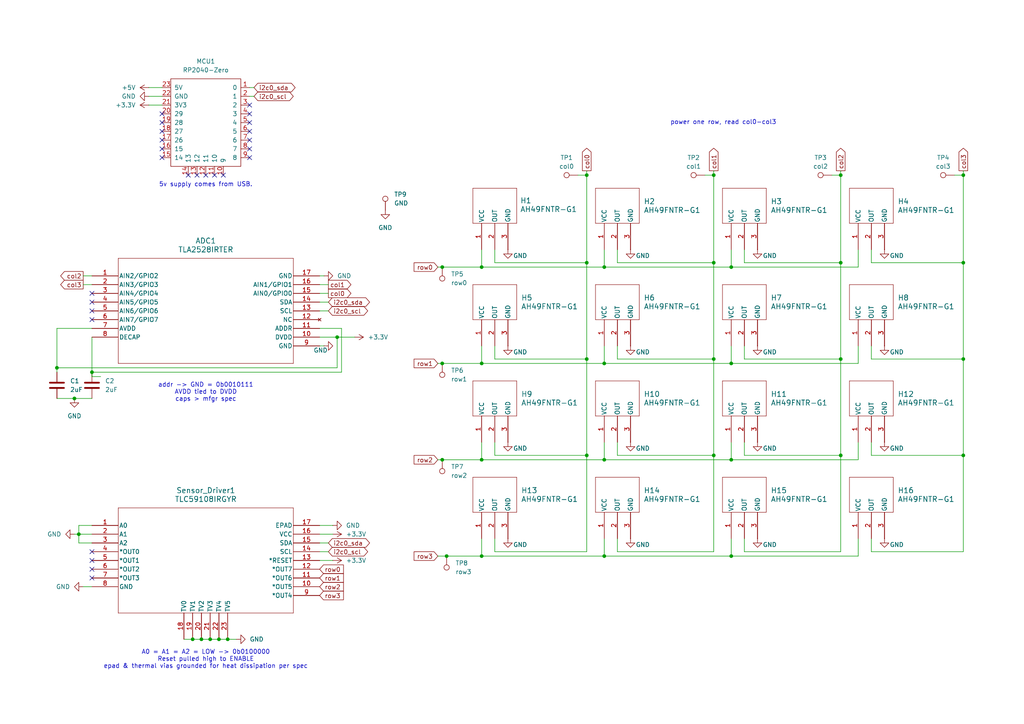
<source format=kicad_sch>
(kicad_sch (version 20250114) (generator "eeschema") (generator_version "9.0")
  (paper "A4")
  (title_block (title "ParaKeyt Reference Design") (date "2025-11-05") (rev "0.8") (company "UMass ECE SDP26 Team 32") (comment 1 "Bennett Gilig, Raffi Belorian, Rikhav Shah, Shlok Raval, Theo Krueger"))
  (lib_symbols
    (symbol "AH49FNTR_G1_mod:AH49FNTR-G1" (pin_names (offset 0.254))
      (property "Reference" "H" (at 12.7 8.89 0))
      (property "Value" "AH49FNTR-G1" (at 12.954 6.35 0))
      (symbol "AH49FNTR-G1_0_1"
        (polyline (pts (xy 7.62 5.08) (xy 7.62 -7.62)) (stroke (width 0.127)))
        (polyline (pts (xy 7.62 -7.62) (xy 17.78 -7.62)) (stroke (width 0.127)))
        (polyline (pts (xy 17.78 5.08) (xy 7.62 5.08)) (stroke (width 0.127)))
        (polyline (pts (xy 17.78 -7.62) (xy 17.78 5.08)) (stroke (width 0.127)))
        (pin power_in line (at 0 -5.08 0) (length 7.62) (name "GND") (number "3"))
      )
      (symbol "AH49FNTR-G1_1_1"
        (pin input line (at 0 2.54 0) (length 7.62) (name "VCC") (number "1"))
        (pin passive line (at 0 -1.27 0) (length 7.62) (name "OUT") (number "2"))
      )
    )
    (symbol "Connector:TestPoint" (pin_numbers (hide yes)) (pin_names (offset 0.762) (hide yes))
      (property "Reference" "TP" (at 0 6.858 0))
      (property "Value" "TestPoint" (at 0 5.08 0))
      (symbol "TestPoint_0_1"
        (circle (center 0 3.302) (radius 0.762))
      )
      (symbol "TestPoint_1_1"
        (pin passive line (at 0 0 90) (length 2.54) (name "1") (number "1"))
      )
    )
    (symbol "Device:C" (pin_numbers (hide yes)) (pin_names (offset 0.254))
      (property "Reference" "C" (at 0.635 2.54 0))
      (property "Value" "C" (at 0.635 -2.54 0))
      (symbol "C_0_1"
        (polyline (pts (xy -2.032 0.762) (xy 2.032 0.762)) (stroke (width 0.508)))
        (polyline (pts (xy -2.032 -0.762) (xy 2.032 -0.762)) (stroke (width 0.508)))
      )
      (symbol "C_1_1"
        (pin passive line (at 0 3.81 270) (length 2.794) (name "~") (number "1"))
        (pin passive line (at 0 -3.81 90) (length 2.794) (name "~") (number "2"))
      )
    )
    (symbol "RP2040-Zero:rp2040-zero" (pin_names (offset 1.016))
      (property "Reference" "U" (at 0 15.24 0))
      (property "Value" "rp2040-zero" (at 0 12.7 0))
      (symbol "rp2040-zero_0_1"
        (rectangle (start -10.16 11.43) (end 10.16 -13.97))
      )
      (symbol "rp2040-zero_1_1"
        (pin power_out line (at -12.7 8.89 0) (length 2.54) (name "5V") (number "23"))
        (pin power_out line (at -12.7 6.35 0) (length 2.54) (name "GND") (number "22"))
        (pin power_out line (at -12.7 3.81 0) (length 2.54) (name "3V3") (number "21"))
        (pin bidirectional line (at -12.7 1.27 0) (length 2.54) (name "29") (number "20"))
        (pin bidirectional line (at -12.7 -1.27 0) (length 2.54) (name "28") (number "19"))
        (pin bidirectional line (at -12.7 -3.81 0) (length 2.54) (name "27") (number "18"))
        (pin bidirectional line (at -12.7 -6.35 0) (length 2.54) (name "26") (number "17"))
        (pin bidirectional line (at -12.7 -8.89 0) (length 2.54) (name "15") (number "16"))
        (pin bidirectional line (at -12.7 -11.43 0) (length 2.54) (name "14") (number "15"))
        (pin bidirectional line (at -5.08 -16.51 90) (length 2.54) (name "13") (number "14"))
        (pin bidirectional line (at -2.54 -16.51 90) (length 2.54) (name "12") (number "13"))
        (pin bidirectional line (at 0 -16.51 90) (length 2.54) (name "11") (number "12"))
        (pin bidirectional line (at 2.54 -16.51 90) (length 2.54) (name "10") (number "11"))
        (pin bidirectional line (at 5.08 -16.51 90) (length 2.54) (name "9") (number "10"))
        (pin bidirectional line (at 12.7 8.89 180) (length 2.54) (name "0") (number "1"))
        (pin bidirectional line (at 12.7 6.35 180) (length 2.54) (name "1") (number "2"))
        (pin bidirectional line (at 12.7 3.81 180) (length 2.54) (name "2") (number "3"))
        (pin bidirectional line (at 12.7 1.27 180) (length 2.54) (name "3") (number "4"))
        (pin bidirectional line (at 12.7 -1.27 180) (length 2.54) (name "4") (number "5"))
        (pin bidirectional line (at 12.7 -3.81 180) (length 2.54) (name "5") (number "6"))
        (pin bidirectional line (at 12.7 -6.35 180) (length 2.54) (name "6") (number "7"))
        (pin bidirectional line (at 12.7 -8.89 180) (length 2.54) (name "7") (number "8"))
        (pin bidirectional line (at 12.7 -11.43 180) (length 2.54) (name "8") (number "9"))
      )
    )
    (symbol "TLA2528IRTER_mod:TLA2528IRTER" (pin_names (offset 0.254))
      (property "Reference" "U" (at 33.02 10.16 0))
      (property "Value" "TLA2528IRTER" (at 33.02 7.62 0))
      (symbol "TLA2528IRTER_0_1"
        (polyline (pts (xy 7.62 5.08) (xy 7.62 -25.4)) (stroke (width 0.127)))
        (polyline (pts (xy 7.62 -25.4) (xy 58.42 -25.4)) (stroke (width 0.127)))
        (polyline (pts (xy 58.42 5.08) (xy 7.62 5.08)) (stroke (width 0.127)))
        (polyline (pts (xy 58.42 -25.4) (xy 58.42 5.08)) (stroke (width 0.127)))
        (pin bidirectional line (at 0 0 0) (length 7.62) (name "AIN2/GPIO2") (number "1"))
        (pin bidirectional line (at 0 -2.54 0) (length 7.62) (name "AIN3/GPIO3") (number "2"))
        (pin bidirectional line (at 0 -5.08 0) (length 7.62) (name "AIN4/GPIO4") (number "3"))
        (pin bidirectional line (at 0 -7.62 0) (length 7.62) (name "AIN5/GPIO5") (number "4"))
        (pin bidirectional line (at 0 -10.16 0) (length 7.62) (name "AIN6/GPIO6") (number "5"))
        (pin bidirectional line (at 0 -12.7 0) (length 7.62) (name "AIN7/GPIO7") (number "6"))
        (pin power_in line (at 0 -15.24 0) (length 7.62) (name "AVDD") (number "7"))
        (pin bidirectional line (at 66.04 -2.54 180) (length 7.62) (name "AIN1/GPIO1") (number "16"))
        (pin bidirectional line (at 66.04 -5.08 180) (length 7.62) (name "AIN0/GPIO0") (number "15"))
        (pin bidirectional line (at 66.04 -7.62 180) (length 7.62) (name "SDA") (number "14"))
        (pin input line (at 66.04 -10.16 180) (length 7.62) (name "SCL") (number "13"))
        (pin no_connect line (at 66.04 -12.7 180) (length 7.62) (name "NC") (number "12"))
        (pin input line (at 66.04 -15.24 180) (length 7.62) (name "ADDR") (number "11"))
        (pin power_in line (at 66.04 -17.78 180) (length 7.62) (name "DVDD") (number "10"))
      )
      (symbol "TLA2528IRTER_1_1"
        (pin passive line (at 0 -17.78 0) (length 7.62) (name "DECAP") (number "8"))
        (pin power_in line (at 66.04 0 180) (length 7.62) (name "GND") (number "17"))
        (pin power_in line (at 66.04 -20.32 180) (length 7.62) (name "GND") (number "9"))
      )
    )
    (symbol "TLC59208FIRGYR:TLC59208FIRGYR" (pin_names (offset 0.254))
      (property "Reference" "U" (at 33.02 10.16 0))
      (property "Value" "TLC59208FIRGYR" (at 33.02 7.62 0))
      (symbol "TLC59208FIRGYR_0_1"
        (polyline (pts (xy 7.62 5.08) (xy 7.62 -25.4)) (stroke (width 0.127)))
        (polyline (pts (xy 7.62 -25.4) (xy 58.42 -25.4)) (stroke (width 0.127)))
        (polyline (pts (xy 58.42 5.08) (xy 7.62 5.08)) (stroke (width 0.127)))
        (polyline (pts (xy 58.42 -25.4) (xy 58.42 5.08)) (stroke (width 0.127)))
        (pin input line (at 0 0 0) (length 7.62) (name "A0") (number "1"))
        (pin input line (at 0 -2.54 0) (length 7.62) (name "A1") (number "2"))
        (pin input line (at 0 -5.08 0) (length 7.62) (name "A2") (number "3"))
        (pin output line (at 0 -7.62 0) (length 7.62) (name "*OUT0") (number "4"))
        (pin output line (at 0 -10.16 0) (length 7.62) (name "*OUT1") (number "5"))
        (pin output line (at 0 -12.7 0) (length 7.62) (name "*OUT2") (number "6"))
        (pin output line (at 0 -15.24 0) (length 7.62) (name "*OUT3") (number "7"))
        (pin power_in line (at 0 -17.78 0) (length 7.62) (name "GND") (number "8"))
        (pin power_in line (at 66.04 -2.54 180) (length 7.62) (name "VCC") (number "16"))
        (pin bidirectional line (at 66.04 -5.08 180) (length 7.62) (name "SDA") (number "15"))
        (pin input line (at 66.04 -7.62 180) (length 7.62) (name "SCL") (number "14"))
        (pin input line (at 66.04 -10.16 180) (length 7.62) (name "*RESET") (number "13"))
        (pin output line (at 66.04 -12.7 180) (length 7.62) (name "*OUT7") (number "12"))
        (pin output line (at 66.04 -15.24 180) (length 7.62) (name "*OUT6") (number "11"))
        (pin output line (at 66.04 -17.78 180) (length 7.62) (name "*OUT5") (number "10"))
        (pin output line (at 66.04 -20.32 180) (length 7.62) (name "*OUT4") (number "9"))
      )
      (symbol "TLC59208FIRGYR_1_1"
        (pin power_in line (at 26.67 -33.02 90) (length 7.62) (name "TV0") (number "18"))
        (pin power_in line (at 29.21 -33.02 90) (length 7.62) (name "TV1") (number "19"))
        (pin power_in line (at 31.75 -33.02 90) (length 7.62) (name "TV2") (number "20"))
        (pin power_in line (at 34.29 -33.02 90) (length 7.62) (name "TV3") (number "21"))
        (pin power_in line (at 36.83 -33.02 90) (length 7.62) (name "TV4") (number "22"))
        (pin power_in line (at 39.37 -33.02 90) (length 7.62) (name "TV5") (number "23"))
        (pin power_in line (at 66.04 0 180) (length 7.62) (name "EPAD") (number "17"))
      )
    )
    (symbol "power:+3.3V" (power) (pin_numbers (hide yes)) (pin_names (offset 0) (hide yes))
      (property "Value" "+3.3V" (at 0 3.556 0))
      (symbol "+3.3V_0_1"
        (polyline (pts (xy -0.762 1.27) (xy 0 2.54)))
        (polyline (pts (xy 0 2.54) (xy 0.762 1.27)))
        (polyline (pts (xy 0 0) (xy 0 2.54)))
      )
      (symbol "+3.3V_1_1"
        (pin power_in line (at 0 0 90) (length 0) (name "~") (number "1"))
      )
    )
    (symbol "power:GND" (power) (pin_numbers (hide yes)) (pin_names (offset 0) (hide yes))
      (property "Value" "GND" (at 0 -3.81 0))
      (symbol "GND_0_1"
        (polyline (pts (xy 0 0) (xy 0 -1.27) (xy 1.27 -1.27) (xy 0 -2.54) (xy -1.27 -1.27) (xy 0 -1.27)))
      )
      (symbol "GND_1_1"
        (pin power_in line (at 0 0 270) (length 0) (name "~") (number "1"))
      )
    )
  )
  (text "addr -> GND = 0b0010111\nAVDD tied to DVDD\ncaps > mfgr spec" (at 59.69 113.792 0) (effects (font (size 1.27 1.27))))
  (text "A0 = A1 = A2 = LOW -> 0b0100000\nReset pulled high to ENABLE\nepad & thermal vias grounded for heat dissipation per spec" (at 59.69 191.262 0) (effects (font (size 1.27 1.27))))
  (text "5v supply comes from USB." (at 59.69 53.594 0) (effects (font (size 1.27 1.27))))
  (text "power one row, read col0-col3" (at 209.804 35.56 0) (effects (font (size 1.27 1.27))))
  (junction (at 170.18 104.14))
  (junction (at 128.27 77.47))
  (junction (at 26.67 107.95))
  (junction (at 243.84 76.2))
  (junction (at 170.18 132.08))
  (junction (at 243.84 132.08))
  (junction (at 128.27 105.41))
  (junction (at 212.09 77.47))
  (junction (at 279.4 50.8))
  (junction (at 175.26 105.41))
  (junction (at 207.01 104.14))
  (junction (at 58.42 185.42))
  (junction (at 212.09 133.35))
  (junction (at 279.4 104.14))
  (junction (at 175.26 77.47))
  (junction (at 139.7 161.29))
  (junction (at 207.01 76.2))
  (junction (at 207.01 132.08))
  (junction (at 16.51 106.68))
  (junction (at 207.01 50.8))
  (junction (at 55.88 185.42))
  (junction (at 129.54 161.29))
  (junction (at 97.79 97.79))
  (junction (at 212.09 105.41))
  (junction (at 21.59 115.57))
  (junction (at 139.7 77.47))
  (junction (at 212.09 161.29))
  (junction (at 170.18 50.8))
  (junction (at 243.84 50.8))
  (junction (at 63.5 185.42))
  (junction (at 60.96 185.42))
  (junction (at 66.04 185.42))
  (junction (at 175.26 133.35))
  (junction (at 139.7 105.41))
  (junction (at 243.84 104.14))
  (junction (at 128.27 133.35))
  (junction (at 279.4 132.08))
  (junction (at 175.26 161.29))
  (junction (at 22.86 154.94))
  (junction (at 279.4 76.2))
  (junction (at 139.7 133.35))
  (junction (at 170.18 76.2))
  (no_connect (at 26.67 167.64))
  (no_connect (at 72.39 35.56))
  (no_connect (at 72.39 45.72))
  (no_connect (at 46.99 43.18))
  (no_connect (at 72.39 40.64))
  (no_connect (at 46.99 33.02))
  (no_connect (at 72.39 38.1))
  (no_connect (at 64.77 50.8))
  (no_connect (at 62.23 50.8))
  (no_connect (at 26.67 85.09))
  (no_connect (at 72.39 30.48))
  (no_connect (at 26.67 92.71))
  (no_connect (at 26.67 162.56))
  (no_connect (at 54.61 50.8))
  (no_connect (at 72.39 33.02))
  (no_connect (at 72.39 43.18))
  (no_connect (at 59.69 50.8))
  (no_connect (at 26.67 165.1))
  (no_connect (at 46.99 35.56))
  (no_connect (at 26.67 90.17))
  (no_connect (at 46.99 40.64))
  (no_connect (at 46.99 38.1))
  (no_connect (at 26.67 160.02))
  (no_connect (at 26.67 87.63))
  (no_connect (at 57.15 50.8))
  (no_connect (at 46.99 45.72))
  (wire (pts (xy 139.7 77.47) (xy 175.26 77.47)))
  (wire (pts (xy 212.09 133.35) (xy 248.92 133.35)))
  (wire (pts (xy 175.26 105.41) (xy 212.09 105.41)))
  (wire (pts (xy 139.7 72.39) (xy 139.7 77.47)))
  (wire (pts (xy 143.51 72.39) (xy 143.51 76.2)))
  (wire (pts (xy 92.71 97.79) (xy 97.79 97.79)))
  (wire (pts (xy 139.7 133.35) (xy 175.26 133.35)))
  (wire (pts (xy 243.84 104.14) (xy 243.84 76.2)))
  (wire (pts (xy 55.88 185.42) (xy 58.42 185.42)))
  (wire (pts (xy 248.92 100.33) (xy 248.92 105.41)))
  (wire (pts (xy 170.18 132.08) (xy 143.51 132.08)))
  (wire (pts (xy 207.01 104.14) (xy 207.01 132.08)))
  (wire (pts (xy 26.67 97.79) (xy 26.67 107.95)))
  (wire (pts (xy 252.73 160.02) (xy 252.73 156.21)))
  (wire (pts (xy 73.66 25.4) (xy 72.39 25.4)))
  (wire (pts (xy 66.04 185.42) (xy 68.58 185.42)))
  (wire (pts (xy 139.7 128.27) (xy 139.7 133.35)))
  (wire (pts (xy 215.9 100.33) (xy 215.9 104.14)))
  (wire (pts (xy 99.06 107.95) (xy 99.06 95.25)))
  (wire (pts (xy 243.84 104.14) (xy 215.9 104.14)))
  (wire (pts (xy 127 105.41) (xy 128.27 105.41)))
  (wire (pts (xy 207.01 132.08) (xy 207.01 160.02)))
  (wire (pts (xy 139.7 161.29) (xy 175.26 161.29)))
  (wire (pts (xy 215.9 160.02) (xy 243.84 160.02)))
  (wire (pts (xy 16.51 115.57) (xy 21.59 115.57)))
  (wire (pts (xy 212.09 128.27) (xy 212.09 133.35)))
  (wire (pts (xy 24.13 170.18) (xy 26.67 170.18)))
  (wire (pts (xy 179.07 76.2) (xy 207.01 76.2)))
  (wire (pts (xy 170.18 132.08) (xy 170.18 160.02)))
  (wire (pts (xy 93.98 80.01) (xy 92.71 80.01)))
  (wire (pts (xy 97.79 97.79) (xy 97.79 106.68)))
  (wire (pts (xy 143.51 104.14) (xy 170.18 104.14)))
  (wire (pts (xy 127 77.47) (xy 128.27 77.47)))
  (wire (pts (xy 92.71 160.02) (xy 95.25 160.02)))
  (wire (pts (xy 16.51 95.25) (xy 16.51 106.68)))
  (wire (pts (xy 24.13 82.55) (xy 26.67 82.55)))
  (wire (pts (xy 170.18 104.14) (xy 170.18 132.08)))
  (wire (pts (xy 279.4 49.53) (xy 279.4 50.8)))
  (wire (pts (xy 93.98 100.33) (xy 92.71 100.33)))
  (wire (pts (xy 22.86 154.94) (xy 26.67 154.94)))
  (wire (pts (xy 43.18 30.48) (xy 46.99 30.48)))
  (wire (pts (xy 248.92 72.39) (xy 248.92 77.47)))
  (wire (pts (xy 179.07 132.08) (xy 179.07 128.27)))
  (wire (pts (xy 212.09 77.47) (xy 248.92 77.47)))
  (wire (pts (xy 24.13 80.01) (xy 26.67 80.01)))
  (wire (pts (xy 128.27 77.47) (xy 139.7 77.47)))
  (wire (pts (xy 97.79 106.68) (xy 16.51 106.68)))
  (wire (pts (xy 215.9 156.21) (xy 215.9 160.02)))
  (wire (pts (xy 170.18 50.8) (xy 170.18 76.2)))
  (wire (pts (xy 143.51 100.33) (xy 143.51 104.14)))
  (wire (pts (xy 207.01 160.02) (xy 179.07 160.02)))
  (wire (pts (xy 175.26 128.27) (xy 175.26 133.35)))
  (wire (pts (xy 26.67 109.22) (xy 26.67 107.95)))
  (wire (pts (xy 21.59 115.57) (xy 26.67 115.57)))
  (wire (pts (xy 127 133.35) (xy 128.27 133.35)))
  (wire (pts (xy 92.71 82.55) (xy 95.25 82.55)))
  (wire (pts (xy 252.73 128.27) (xy 252.73 132.08)))
  (wire (pts (xy 175.26 72.39) (xy 175.26 77.47)))
  (wire (pts (xy 73.66 27.94) (xy 72.39 27.94)))
  (wire (pts (xy 92.71 157.48) (xy 95.25 157.48)))
  (wire (pts (xy 92.71 87.63) (xy 95.25 87.63)))
  (wire (pts (xy 22.86 157.48) (xy 26.67 157.48)))
  (wire (pts (xy 179.07 100.33) (xy 179.07 104.14)))
  (wire (pts (xy 96.52 162.56) (xy 92.71 162.56)))
  (wire (pts (xy 215.9 76.2) (xy 215.9 72.39)))
  (wire (pts (xy 26.67 107.95) (xy 99.06 107.95)))
  (wire (pts (xy 60.96 185.42) (xy 63.5 185.42)))
  (wire (pts (xy 16.51 106.68) (xy 16.51 107.95)))
  (wire (pts (xy 129.54 161.29) (xy 139.7 161.29)))
  (wire (pts (xy 207.01 104.14) (xy 179.07 104.14)))
  (wire (pts (xy 243.84 49.53) (xy 243.84 50.8)))
  (wire (pts (xy 207.01 49.53) (xy 207.01 50.8)))
  (wire (pts (xy 92.71 90.17) (xy 95.25 90.17)))
  (wire (pts (xy 58.42 185.42) (xy 60.96 185.42)))
  (wire (pts (xy 63.5 185.42) (xy 66.04 185.42)))
  (wire (pts (xy 128.27 133.35) (xy 139.7 133.35)))
  (wire (pts (xy 279.4 76.2) (xy 252.73 76.2)))
  (wire (pts (xy 170.18 160.02) (xy 143.51 160.02)))
  (wire (pts (xy 207.01 76.2) (xy 207.01 104.14)))
  (wire (pts (xy 252.73 132.08) (xy 279.4 132.08)))
  (wire (pts (xy 127 161.29) (xy 129.54 161.29)))
  (wire (pts (xy 170.18 49.53) (xy 170.18 50.8)))
  (wire (pts (xy 279.4 104.14) (xy 279.4 132.08)))
  (wire (pts (xy 243.84 50.8) (xy 243.84 76.2)))
  (wire (pts (xy 170.18 76.2) (xy 143.51 76.2)))
  (wire (pts (xy 276.86 50.8) (xy 279.4 50.8)))
  (wire (pts (xy 175.26 77.47) (xy 212.09 77.47)))
  (wire (pts (xy 26.67 152.4) (xy 22.86 152.4)))
  (wire (pts (xy 279.4 160.02) (xy 252.73 160.02)))
  (wire (pts (xy 143.51 156.21) (xy 143.51 160.02)))
  (wire (pts (xy 22.86 152.4) (xy 22.86 154.94)))
  (wire (pts (xy 128.27 105.41) (xy 139.7 105.41)))
  (wire (pts (xy 212.09 105.41) (xy 248.92 105.41)))
  (wire (pts (xy 97.79 97.79) (xy 102.87 97.79)))
  (wire (pts (xy 204.47 50.8) (xy 207.01 50.8)))
  (wire (pts (xy 96.52 154.94) (xy 92.71 154.94)))
  (wire (pts (xy 43.18 27.94) (xy 46.99 27.94)))
  (wire (pts (xy 279.4 160.02) (xy 279.4 132.08)))
  (wire (pts (xy 21.59 154.94) (xy 22.86 154.94)))
  (wire (pts (xy 241.3 50.8) (xy 243.84 50.8)))
  (wire (pts (xy 243.84 132.08) (xy 243.84 104.14)))
  (wire (pts (xy 243.84 76.2) (xy 215.9 76.2)))
  (wire (pts (xy 92.71 95.25) (xy 99.06 95.25)))
  (wire (pts (xy 29.21 109.22) (xy 26.67 109.22)))
  (wire (pts (xy 212.09 161.29) (xy 248.92 161.29)))
  (wire (pts (xy 212.09 72.39) (xy 212.09 77.47)))
  (wire (pts (xy 279.4 76.2) (xy 279.4 104.14)))
  (wire (pts (xy 243.84 132.08) (xy 215.9 132.08)))
  (wire (pts (xy 139.7 100.33) (xy 139.7 105.41)))
  (wire (pts (xy 248.92 128.27) (xy 248.92 133.35)))
  (wire (pts (xy 252.73 104.14) (xy 279.4 104.14)))
  (wire (pts (xy 26.67 95.25) (xy 16.51 95.25)))
  (wire (pts (xy 139.7 105.41) (xy 175.26 105.41)))
  (wire (pts (xy 92.71 152.4) (xy 96.52 152.4)))
  (wire (pts (xy 53.34 185.42) (xy 55.88 185.42)))
  (wire (pts (xy 167.64 50.8) (xy 170.18 50.8)))
  (wire (pts (xy 248.92 161.29) (xy 248.92 156.21)))
  (wire (pts (xy 179.07 160.02) (xy 179.07 156.21)))
  (wire (pts (xy 252.73 76.2) (xy 252.73 72.39)))
  (wire (pts (xy 252.73 100.33) (xy 252.73 104.14)))
  (wire (pts (xy 175.26 156.21) (xy 175.26 161.29)))
  (wire (pts (xy 207.01 132.08) (xy 179.07 132.08)))
  (wire (pts (xy 212.09 100.33) (xy 212.09 105.41)))
  (wire (pts (xy 139.7 156.21) (xy 139.7 161.29)))
  (wire (pts (xy 92.71 85.09) (xy 95.25 85.09)))
  (wire (pts (xy 279.4 50.8) (xy 279.4 76.2)))
  (wire (pts (xy 243.84 160.02) (xy 243.84 132.08)))
  (wire (pts (xy 207.01 50.8) (xy 207.01 76.2)))
  (wire (pts (xy 179.07 72.39) (xy 179.07 76.2)))
  (wire (pts (xy 22.86 154.94) (xy 22.86 157.48)))
  (wire (pts (xy 170.18 104.14) (xy 170.18 76.2)))
  (wire (pts (xy 175.26 133.35) (xy 212.09 133.35)))
  (wire (pts (xy 212.09 156.21) (xy 212.09 161.29)))
  (wire (pts (xy 215.9 132.08) (xy 215.9 128.27)))
  (wire (pts (xy 143.51 128.27) (xy 143.51 132.08)))
  (wire (pts (xy 175.26 161.29) (xy 212.09 161.29)))
  (wire (pts (xy 43.18 25.4) (xy 46.99 25.4)))
  (wire (pts (xy 175.26 100.33) (xy 175.26 105.41)))
  (global_label "row3" (shape input) (at 92.71 172.72 0) (property "Intersheetrefs" "${INTERSHEET_REFS}" (effects (hide yes))))
  (global_label "i2c0_scl" (shape bidirectional) (at 73.66 27.94 0) (property "Intersheetrefs" "${INTERSHEET_REFS}" (effects (hide yes))))
  (global_label "col1" (shape output) (at 95.25 82.55 0) (property "Intersheetrefs" "${INTERSHEET_REFS}" (effects (hide yes))))
  (global_label "col2" (shape output) (at 243.84 49.53 90) (property "Intersheetrefs" "${INTERSHEET_REFS}" (effects (hide yes))))
  (global_label "i2c0_scl" (shape bidirectional) (at 95.25 90.17 0) (property "Intersheetrefs" "${INTERSHEET_REFS}" (effects (hide yes))))
  (global_label "row2" (shape input) (at 127 133.35 180) (property "Intersheetrefs" "${INTERSHEET_REFS}" (effects (hide yes))))
  (global_label "i2c0_scl" (shape bidirectional) (at 95.25 160.02 0) (property "Intersheetrefs" "${INTERSHEET_REFS}" (effects (hide yes))))
  (global_label "col0" (shape output) (at 170.18 49.53 90) (property "Intersheetrefs" "${INTERSHEET_REFS}" (effects (hide yes))))
  (global_label "row3" (shape input) (at 127 161.29 180) (property "Intersheetrefs" "${INTERSHEET_REFS}" (effects (hide yes))))
  (global_label "i2c0_sda" (shape bidirectional) (at 95.25 157.48 0) (property "Intersheetrefs" "${INTERSHEET_REFS}" (effects (hide yes))))
  (global_label "col3" (shape output) (at 24.13 82.55 180) (property "Intersheetrefs" "${INTERSHEET_REFS}" (effects (hide yes))))
  (global_label "row0" (shape input) (at 127 77.47 180) (property "Intersheetrefs" "${INTERSHEET_REFS}" (effects (hide yes))))
  (global_label "row1" (shape input) (at 92.71 167.64 0) (property "Intersheetrefs" "${INTERSHEET_REFS}" (effects (hide yes))))
  (global_label "i2c0_sda" (shape bidirectional) (at 95.25 87.63 0) (property "Intersheetrefs" "${INTERSHEET_REFS}" (effects (hide yes))))
  (global_label "col0" (shape output) (at 95.25 85.09 0) (property "Intersheetrefs" "${INTERSHEET_REFS}" (effects (hide yes))))
  (global_label "col1" (shape output) (at 207.01 49.53 90) (property "Intersheetrefs" "${INTERSHEET_REFS}" (effects (hide yes))))
  (global_label "row2" (shape input) (at 92.71 170.18 0) (property "Intersheetrefs" "${INTERSHEET_REFS}" (effects (hide yes))))
  (global_label "i2c0_sda" (shape bidirectional) (at 73.66 25.4 0) (property "Intersheetrefs" "${INTERSHEET_REFS}" (effects (hide yes))))
  (global_label "row0" (shape input) (at 92.71 165.1 0) (property "Intersheetrefs" "${INTERSHEET_REFS}" (effects (hide yes))))
  (global_label "col2" (shape output) (at 24.13 80.01 180) (property "Intersheetrefs" "${INTERSHEET_REFS}" (effects (hide yes))))
  (global_label "row1" (shape input) (at 127 105.41 180) (property "Intersheetrefs" "${INTERSHEET_REFS}" (effects (hide yes))))
  (global_label "col3" (shape output) (at 279.4 49.53 90) (property "Intersheetrefs" "${INTERSHEET_REFS}" (effects (hide yes))))
  (symbol (lib_id "Connector:TestPoint") (at 128.27 105.41 180) (unit 1)
    (property "Reference" "TP6" (at 130.81 107.4419 0) (effects (justify right)))
    (property "Value" "row1" (at 130.81 109.9819 0) (effects (justify right)))
    (property "Footprint" "TestPoint:TestPoint_Pad_2.0x2.0mm" (effects (hide yes)))
    (property "Description" "test point" (effects (hide yes)))
  )
  (symbol (lib_id "AH49FNTR_G1_mod:AH49FNTR-G1") (at 214.63 100.33 90) (unit 1)
    (property "Reference" "H7" (at 223.52 86.3599 90) (effects (font (size 1.524 1.524)) (justify right)))
    (property "Value" "AH49FNTR-G1" (at 223.52 88.8999 90) (effects (font (size 1.524 1.524)) (justify right)))
    (property "Footprint" "AH49FNTR_G1:SC59_DIO" (effects (hide yes)))
    (property "Datasheet" "AH49FNTR-G1" (effects (hide yes)))
  )
  (symbol (lib_id "power:GND") (at 182.88 156.21 0) (unit 1)
    (property "Reference" "#PWR020" (effects (hide yes)))
    (property "Value" "GND" (at 186.436 157.988 0))
    (property "Description" "Power symbol creates a global label with name \"GND\" , ground" (effects (hide yes)))
  )
  (symbol (lib_id "power:GND") (at 96.52 152.4 90) (unit 1)
    (property "Reference" "#PWR029" (effects (hide yes)))
    (property "Value" "GND" (at 100.33 152.3999 90) (effects (justify right)))
    (property "Description" "Power symbol creates a global label with name \"GND\" , ground" (effects (hide yes)))
  )
  (symbol (lib_id "power:GND") (at 21.59 115.57 0) (unit 1)
    (property "Reference" "#PWR025" (effects (hide yes)))
    (property "Value" "GND" (at 21.59 120.65 0))
    (property "Description" "Power symbol creates a global label with name \"GND\" , ground" (effects (hide yes)))
  )
  (symbol (lib_id "power:+3.3V") (at 96.52 162.56 270) (unit 1)
    (property "Reference" "#PWR028" (effects (hide yes)))
    (property "Value" "+3.3V" (at 100.33 162.5599 90) (effects (justify left)))
    (property "Description" "Power symbol creates a global label with name \"+3.3V\"" (effects (hide yes)))
  )
  (symbol (lib_id "AH49FNTR_G1_mod:AH49FNTR-G1") (at 251.46 72.39 90) (unit 1)
    (property "Reference" "H4" (at 260.35 58.4199 90) (effects (font (size 1.524 1.524)) (justify right)))
    (property "Value" "AH49FNTR-G1" (at 260.35 60.9599 90) (effects (font (size 1.524 1.524)) (justify right)))
    (property "Footprint" "AH49FNTR_G1:SC59_DIO" (effects (hide yes)))
    (property "Datasheet" "AH49FNTR-G1" (effects (hide yes)))
  )
  (symbol (lib_id "power:GND") (at 24.13 170.18 270) (unit 1)
    (property "Reference" "#PWR023" (effects (hide yes)))
    (property "Value" "GND" (at 20.32 170.1801 90) (effects (justify right)))
    (property "Description" "Power symbol creates a global label with name \"GND\" , ground" (effects (hide yes)))
  )
  (symbol (lib_id "power:+3.3V") (at 43.18 25.4 90) (unit 1)
    (property "Reference" "#PWR030" (effects (hide yes)))
    (property "Value" "+5V" (at 39.37 25.3999 90) (effects (justify left)))
    (property "Description" "Power symbol creates a global label with name \"+3.3V\"" (effects (hide yes)))
  )
  (symbol (lib_id "power:GND") (at 43.18 27.94 270) (unit 1)
    (property "Reference" "#PWR01" (effects (hide yes)))
    (property "Value" "GND" (at 39.37 27.9399 90) (effects (justify right)))
    (property "Description" "Power symbol creates a global label with name \"GND\" , ground" (effects (hide yes)))
  )
  (symbol (lib_id "AH49FNTR_G1_mod:AH49FNTR-G1") (at 142.24 100.33 90) (unit 1)
    (property "Reference" "H5" (at 151.13 86.3599 90) (effects (font (size 1.524 1.524)) (justify right)))
    (property "Value" "AH49FNTR-G1" (at 151.13 88.8999 90) (effects (font (size 1.524 1.524)) (justify right)))
    (property "Footprint" "AH49FNTR_G1:SC59_DIO" (effects (hide yes)))
    (property "Datasheet" "AH49FNTR-G1" (effects (hide yes)))
  )
  (symbol (lib_id "Connector:TestPoint") (at 128.27 133.35 180) (unit 1)
    (property "Reference" "TP7" (at 130.81 135.3819 0) (effects (justify right)))
    (property "Value" "row2" (at 130.81 137.9219 0) (effects (justify right)))
    (property "Footprint" "TestPoint:TestPoint_Pad_2.0x2.0mm" (effects (hide yes)))
    (property "Description" "test point" (effects (hide yes)))
  )
  (symbol (lib_id "Connector:TestPoint") (at 128.27 77.47 180) (unit 1)
    (property "Reference" "TP5" (at 130.81 79.5019 0) (effects (justify right)))
    (property "Value" "row0" (at 130.81 82.0419 0) (effects (justify right)))
    (property "Footprint" "TestPoint:TestPoint_Pad_2.0x2.0mm" (effects (hide yes)))
    (property "Description" "test point" (effects (hide yes)))
  )
  (symbol (lib_id "power:GND") (at 182.88 128.27 0) (unit 1)
    (property "Reference" "#PWR017" (effects (hide yes)))
    (property "Value" "GND" (at 186.436 130.048 0))
    (property "Description" "Power symbol creates a global label with name \"GND\" , ground" (effects (hide yes)))
  )
  (symbol (lib_id "Connector:TestPoint") (at 204.47 50.8 90) (unit 1)
    (property "Reference" "TP2" (at 201.168 45.72 90))
    (property "Value" "col1" (at 201.168 48.26 90))
    (property "Footprint" "TestPoint:TestPoint_Pad_2.0x2.0mm" (effects (hide yes)))
    (property "Description" "test point" (effects (hide yes)))
  )
  (symbol (lib_id "power:GND") (at 93.98 80.01 90) (unit 1)
    (property "Reference" "#PWR024" (effects (hide yes)))
    (property "Value" "GND" (at 97.79 80.0099 90) (effects (justify right)))
    (property "Description" "Power symbol creates a global label with name \"GND\" , ground" (effects (hide yes)))
  )
  (symbol (lib_id "Connector:TestPoint") (at 129.54 161.29 180) (unit 1)
    (property "Reference" "TP8" (at 132.08 163.3219 0) (effects (justify right)))
    (property "Value" "row3" (at 132.08 165.8619 0) (effects (justify right)))
    (property "Footprint" "TestPoint:TestPoint_Pad_2.0x2.0mm" (effects (hide yes)))
    (property "Description" "test point" (effects (hide yes)))
  )
  (symbol (lib_id "power:GND") (at 68.58 185.42 90) (unit 1)
    (property "Reference" "#PWR031" (effects (hide yes)))
    (property "Value" "GND" (at 72.39 185.4199 90) (effects (justify right)))
    (property "Description" "Power symbol creates a global label with name \"GND\" , ground" (effects (hide yes)))
  )
  (symbol (lib_id "power:GND") (at 111.76 60.96 0) (unit 1)
    (property "Reference" "#PWR03" (effects (hide yes)))
    (property "Value" "GND" (at 111.76 66.04 0))
    (property "Description" "Power symbol creates a global label with name \"GND\" , ground" (effects (hide yes)))
  )
  (symbol (lib_id "Device:C") (at 16.51 111.76 0) (unit 1)
    (property "Reference" "C1" (at 20.32 110.4899 0) (effects (justify left)))
    (property "Value" "2uF" (at 20.32 113.0299 0) (effects (justify left)))
    (property "Footprint" "Capacitor_SMD:C_0805_2012Metric_Pad1.18x1.45mm_HandSolder" (effects (hide yes)))
    (property "Description" "Unpolarized capacitor" (effects (hide yes)))
  )
  (symbol (lib_id "Connector:TestPoint") (at 241.3 50.8 90) (unit 1)
    (property "Reference" "TP3" (at 237.998 45.72 90))
    (property "Value" "col2" (at 237.998 48.26 90))
    (property "Footprint" "TestPoint:TestPoint_Pad_2.0x2.0mm" (effects (hide yes)))
    (property "Description" "test point" (effects (hide yes)))
  )
  (symbol (lib_id "power:GND") (at 182.88 100.33 0) (unit 1)
    (property "Reference" "#PWR010" (effects (hide yes)))
    (property "Value" "GND" (at 186.436 102.108 0))
    (property "Description" "Power symbol creates a global label with name \"GND\" , ground" (effects (hide yes)))
  )
  (symbol (lib_id "AH49FNTR_G1_mod:AH49FNTR-G1") (at 214.63 72.39 90) (unit 1)
    (property "Reference" "H3" (at 223.52 58.4199 90) (effects (font (size 1.524 1.524)) (justify right)))
    (property "Value" "AH49FNTR-G1" (at 223.52 60.9599 90) (effects (font (size 1.524 1.524)) (justify right)))
    (property "Footprint" "AH49FNTR_G1:SC59_DIO" (effects (hide yes)))
    (property "Datasheet" "AH49FNTR-G1" (effects (hide yes)))
  )
  (symbol (lib_id "Device:C") (at 26.67 111.76 0) (unit 1)
    (property "Reference" "C2" (at 30.48 110.4899 0) (effects (justify left)))
    (property "Value" "2uF" (at 30.48 113.0299 0) (effects (justify left)))
    (property "Footprint" "Capacitor_SMD:C_0805_2012Metric_Pad1.18x1.45mm_HandSolder" (effects (hide yes)))
    (property "Description" "Unpolarized capacitor" (effects (hide yes)))
  )
  (symbol (lib_id "AH49FNTR_G1_mod:AH49FNTR-G1") (at 214.63 156.21 90) (unit 1)
    (property "Reference" "H15" (at 223.52 142.2399 90) (effects (font (size 1.524 1.524)) (justify right)))
    (property "Value" "AH49FNTR-G1" (at 223.52 144.7799 90) (effects (font (size 1.524 1.524)) (justify right)))
    (property "Footprint" "AH49FNTR_G1:SC59_DIO" (effects (hide yes)))
    (property "Datasheet" "AH49FNTR-G1" (effects (hide yes)))
  )
  (symbol (lib_id "AH49FNTR_G1_mod:AH49FNTR-G1") (at 142.24 128.27 90) (unit 1)
    (property "Reference" "H9" (at 151.13 114.2999 90) (effects (font (size 1.524 1.524)) (justify right)))
    (property "Value" "AH49FNTR-G1" (at 151.13 116.8399 90) (effects (font (size 1.524 1.524)) (justify right)))
    (property "Footprint" "AH49FNTR_G1:SC59_DIO" (effects (hide yes)))
    (property "Datasheet" "AH49FNTR-G1" (effects (hide yes)))
  )
  (symbol (lib_id "power:GND") (at 147.32 128.27 0) (unit 1)
    (property "Reference" "#PWR018" (effects (hide yes)))
    (property "Value" "GND" (at 150.876 130.048 0))
    (property "Description" "Power symbol creates a global label with name \"GND\" , ground" (effects (hide yes)))
  )
  (symbol (lib_id "power:GND") (at 147.32 156.21 0) (unit 1)
    (property "Reference" "#PWR019" (effects (hide yes)))
    (property "Value" "GND" (at 150.876 157.988 0))
    (property "Description" "Power symbol creates a global label with name \"GND\" , ground" (effects (hide yes)))
  )
  (symbol (lib_id "Connector:TestPoint") (at 167.64 50.8 90) (unit 1)
    (property "Reference" "TP1" (at 164.338 45.72 90))
    (property "Value" "col0" (at 164.338 48.26 90))
    (property "Footprint" "TestPoint:TestPoint_Pad_2.0x2.0mm" (effects (hide yes)))
    (property "Description" "test point" (effects (hide yes)))
  )
  (symbol (lib_id "AH49FNTR_G1_mod:AH49FNTR-G1") (at 177.8 100.33 90) (unit 1)
    (property "Reference" "H6" (at 186.69 86.3599 90) (effects (font (size 1.524 1.524)) (justify right)))
    (property "Value" "AH49FNTR-G1" (at 186.69 88.8999 90) (effects (font (size 1.524 1.524)) (justify right)))
    (property "Footprint" "AH49FNTR_G1:SC59_DIO" (effects (hide yes)))
    (property "Datasheet" "AH49FNTR-G1" (effects (hide yes)))
  )
  (symbol (lib_id "AH49FNTR_G1_mod:AH49FNTR-G1") (at 177.8 72.39 90) (unit 1)
    (property "Reference" "H2" (at 186.69 58.4199 90) (effects (font (size 1.524 1.524)) (justify right)))
    (property "Value" "AH49FNTR-G1" (at 186.69 60.9599 90) (effects (font (size 1.524 1.524)) (justify right)))
    (property "Footprint" "AH49FNTR_G1:SC59_DIO" (effects (hide yes)))
    (property "Datasheet" "AH49FNTR-G1" (effects (hide yes)))
  )
  (symbol (lib_id "AH49FNTR_G1_mod:AH49FNTR-G1") (at 251.46 156.21 90) (unit 1)
    (property "Reference" "H16" (at 260.35 142.2399 90) (effects (font (size 1.524 1.524)) (justify right)))
    (property "Value" "AH49FNTR-G1" (at 260.35 144.7799 90) (effects (font (size 1.524 1.524)) (justify right)))
    (property "Footprint" "AH49FNTR_G1:SC59_DIO" (effects (hide yes)))
    (property "Datasheet" "AH49FNTR-G1" (effects (hide yes)))
  )
  (symbol (lib_id "power:GND") (at 219.71 72.39 0) (unit 1)
    (property "Reference" "#PWR012" (effects (hide yes)))
    (property "Value" "GND" (at 223.266 74.168 0))
    (property "Description" "Power symbol creates a global label with name \"GND\" , ground" (effects (hide yes)))
  )
  (symbol (lib_id "power:GND") (at 219.71 156.21 0) (unit 1)
    (property "Reference" "#PWR021" (effects (hide yes)))
    (property "Value" "GND" (at 223.266 157.988 0))
    (property "Description" "Power symbol creates a global label with name \"GND\" , ground" (effects (hide yes)))
  )
  (symbol (lib_id "AH49FNTR_G1_mod:AH49FNTR-G1") (at 177.8 128.27 90) (unit 1)
    (property "Reference" "H10" (at 186.69 114.2999 90) (effects (font (size 1.524 1.524)) (justify right)))
    (property "Value" "AH49FNTR-G1" (at 186.69 116.8399 90) (effects (font (size 1.524 1.524)) (justify right)))
    (property "Footprint" "AH49FNTR_G1:SC59_DIO" (effects (hide yes)))
    (property "Datasheet" "AH49FNTR-G1" (effects (hide yes)))
  )
  (symbol (lib_id "power:+3.3V") (at 43.18 30.48 90) (unit 1)
    (property "Reference" "#PWR04" (effects (hide yes)))
    (property "Value" "+3.3V" (at 39.37 30.4799 90) (effects (justify left)))
    (property "Description" "Power symbol creates a global label with name \"+3.3V\"" (effects (hide yes)))
  )
  (symbol (lib_id "power:GND") (at 182.88 72.39 0) (unit 1)
    (property "Reference" "#PWR09" (effects (hide yes)))
    (property "Value" "GND" (at 186.436 74.168 0))
    (property "Description" "Power symbol creates a global label with name \"GND\" , ground" (effects (hide yes)))
  )
  (symbol (lib_id "RP2040-Zero:rp2040-zero") (at 59.69 34.29 0) (unit 1)
    (property "Reference" "MCU1" (at 59.69 17.78 0))
    (property "Value" "RP2040-Zero" (at 59.69 20.32 0))
    (property "Footprint" "RP2040-Zero:rp2040-zero-tht" (effects (hide yes)))
  )
  (symbol (lib_id "power:GND") (at 256.54 128.27 0) (unit 1)
    (property "Reference" "#PWR015" (effects (hide yes)))
    (property "Value" "GND" (at 260.096 130.048 0))
    (property "Description" "Power symbol creates a global label with name \"GND\" , ground" (effects (hide yes)))
  )
  (symbol (lib_id "power:+3.3V") (at 102.87 97.79 270) (unit 1)
    (property "Reference" "#PWR07" (effects (hide yes)))
    (property "Value" "+3.3V" (at 106.68 97.7899 90) (effects (justify left)))
    (property "Description" "Power symbol creates a global label with name \"+3.3V\"" (effects (hide yes)))
  )
  (symbol (lib_id "Connector:TestPoint") (at 111.76 60.96 0) (unit 1)
    (property "Reference" "TP9" (at 114.3 56.3879 0) (effects (justify left)))
    (property "Value" "GND" (at 114.3 58.9279 0) (effects (justify left)))
    (property "Footprint" "TestPoint:TestPoint_Pad_2.0x2.0mm" (effects (hide yes)))
    (property "Description" "test point" (effects (hide yes)))
  )
  (symbol (lib_id "power:GND") (at 256.54 72.39 0) (unit 1)
    (property "Reference" "#PWR013" (effects (hide yes)))
    (property "Value" "GND" (at 260.096 74.168 0))
    (property "Description" "Power symbol creates a global label with name \"GND\" , ground" (effects (hide yes)))
  )
  (symbol (lib_id "AH49FNTR_G1_mod:AH49FNTR-G1") (at 142.24 156.21 90) (unit 1)
    (property "Reference" "H13" (at 151.13 142.2399 90) (effects (font (size 1.524 1.524)) (justify right)))
    (property "Value" "AH49FNTR-G1" (at 151.13 144.7799 90) (effects (font (size 1.524 1.524)) (justify right)))
    (property "Footprint" "AH49FNTR_G1:SC59_DIO" (effects (hide yes)))
    (property "Datasheet" "AH49FNTR-G1" (effects (hide yes)))
  )
  (symbol (lib_id "AH49FNTR_G1_mod:AH49FNTR-G1") (at 214.63 128.27 90) (unit 1)
    (property "Reference" "H11" (at 223.52 114.2999 90) (effects (font (size 1.524 1.524)) (justify right)))
    (property "Value" "AH49FNTR-G1" (at 223.52 116.8399 90) (effects (font (size 1.524 1.524)) (justify right)))
    (property "Footprint" "AH49FNTR_G1:SC59_DIO" (effects (hide yes)))
    (property "Datasheet" "AH49FNTR-G1" (effects (hide yes)))
  )
  (symbol (lib_id "TLC59208FIRGYR:TLC59208FIRGYR") (at 26.67 152.4 0) (unit 1)
    (property "Reference" "Sensor_Driver1" (at 59.69 142.24 0) (effects (font (size 1.524 1.524))))
    (property "Value" "TLC59108IRGYR" (at 59.69 144.78 0) (effects (font (size 1.524 1.524))))
    (property "Footprint" "TLC59208FIRGYR:RGY16_2P55X2P05" (effects (hide yes)))
    (property "Datasheet" "https://www.ti.com/lit/gpn/tlc59208f" (effects (hide yes)))
  )
  (symbol (lib_id "AH49FNTR_G1_mod:AH49FNTR-G1") (at 251.46 128.27 90) (unit 1)
    (property "Reference" "H12" (at 260.35 114.2999 90) (effects (font (size 1.524 1.524)) (justify right)))
    (property "Value" "AH49FNTR-G1" (at 260.35 116.8399 90) (effects (font (size 1.524 1.524)) (justify right)))
    (property "Footprint" "AH49FNTR_G1:SC59_DIO" (effects (hide yes)))
    (property "Datasheet" "AH49FNTR-G1" (effects (hide yes)))
  )
  (symbol (lib_id "AH49FNTR_G1_mod:AH49FNTR-G1") (at 142.24 72.39 90) (unit 1)
    (property "Reference" "H1" (at 154.178 58.166 90) (effects (font (size 1.524 1.524)) (justify left)))
    (property "Value" "AH49FNTR-G1" (at 167.386 60.706 90) (effects (font (size 1.524 1.524)) (justify left)))
    (property "Footprint" "AH49FNTR_G1:SC59_DIO" (effects (hide yes)))
    (property "Datasheet" "AH49FNTR-G1" (effects (hide yes)))
  )
  (symbol (lib_id "power:GND") (at 21.59 154.94 270) (unit 1)
    (property "Reference" "#PWR027" (effects (hide yes)))
    (property "Value" "GND" (at 17.78 154.9401 90) (effects (justify right)))
    (property "Description" "Power symbol creates a global label with name \"GND\" , ground" (effects (hide yes)))
  )
  (symbol (lib_id "power:+3.3V") (at 96.52 154.94 270) (unit 1)
    (property "Reference" "#PWR05" (effects (hide yes)))
    (property "Value" "+3.3V" (at 100.33 154.9399 90) (effects (justify left)))
    (property "Description" "Power symbol creates a global label with name \"+3.3V\"" (effects (hide yes)))
  )
  (symbol (lib_id "power:GND") (at 256.54 100.33 0) (unit 1)
    (property "Reference" "#PWR014" (effects (hide yes)))
    (property "Value" "GND" (at 260.096 102.108 0))
    (property "Description" "Power symbol creates a global label with name \"GND\" , ground" (effects (hide yes)))
  )
  (symbol (lib_id "power:GND") (at 93.98 100.33 90) (unit 1)
    (property "Reference" "#PWR02" (effects (hide yes)))
    (property "Value" "GND" (at 90.932 101.6 90) (effects (justify right)))
    (property "Description" "Power symbol creates a global label with name \"GND\" , ground" (effects (hide yes)))
  )
  (symbol (lib_id "AH49FNTR_G1_mod:AH49FNTR-G1") (at 251.46 100.33 90) (unit 1)
    (property "Reference" "H8" (at 260.35 86.3599 90) (effects (font (size 1.524 1.524)) (justify right)))
    (property "Value" "AH49FNTR-G1" (at 260.35 88.8999 90) (effects (font (size 1.524 1.524)) (justify right)))
    (property "Footprint" "AH49FNTR_G1:SC59_DIO" (effects (hide yes)))
    (property "Datasheet" "AH49FNTR-G1" (effects (hide yes)))
  )
  (symbol (lib_id "Connector:TestPoint") (at 276.86 50.8 90) (unit 1)
    (property "Reference" "TP4" (at 273.558 45.72 90))
    (property "Value" "col3" (at 273.558 48.26 90))
    (property "Footprint" "TestPoint:TestPoint_Pad_2.0x2.0mm" (effects (hide yes)))
    (property "Description" "test point" (effects (hide yes)))
  )
  (symbol (lib_id "power:GND") (at 147.32 100.33 0) (unit 1)
    (property "Reference" "#PWR08" (effects (hide yes)))
    (property "Value" "GND" (at 150.876 102.108 0))
    (property "Description" "Power symbol creates a global label with name \"GND\" , ground" (effects (hide yes)))
  )
  (symbol (lib_id "power:GND") (at 219.71 128.27 0) (unit 1)
    (property "Reference" "#PWR016" (effects (hide yes)))
    (property "Value" "GND" (at 223.266 130.048 0))
    (property "Description" "Power symbol creates a global label with name \"GND\" , ground" (effects (hide yes)))
  )
  (symbol (lib_id "power:GND") (at 147.32 72.39 0) (unit 1)
    (property "Reference" "#PWR06" (effects (hide yes)))
    (property "Value" "GND" (at 150.876 74.168 0))
    (property "Description" "Power symbol creates a global label with name \"GND\" , ground" (effects (hide yes)))
  )
  (symbol (lib_id "power:GND") (at 256.54 156.21 0) (unit 1)
    (property "Reference" "#PWR022" (effects (hide yes)))
    (property "Value" "GND" (at 260.096 157.988 0))
    (property "Description" "Power symbol creates a global label with name \"GND\" , ground" (effects (hide yes)))
  )
  (symbol (lib_id "AH49FNTR_G1_mod:AH49FNTR-G1") (at 177.8 156.21 90) (unit 1)
    (property "Reference" "H14" (at 186.69 142.2399 90) (effects (font (size 1.524 1.524)) (justify right)))
    (property "Value" "AH49FNTR-G1" (at 186.69 144.7799 90) (effects (font (size 1.524 1.524)) (justify right)))
    (property "Footprint" "AH49FNTR_G1:SC59_DIO" (effects (hide yes)))
    (property "Datasheet" "AH49FNTR-G1" (effects (hide yes)))
  )
  (symbol (lib_id "TLA2528IRTER_mod:TLA2528IRTER") (at 26.67 80.01 0) (unit 1)
    (property "Reference" "ADC1" (at 59.69 69.85 0) (effects (font (size 1.524 1.524))))
    (property "Value" "TLA2528IRTER" (at 59.69 72.39 0) (effects (font (size 1.524 1.524))))
    (property "Footprint" "TLA2528IRTER:WQFN16_RTE_TEX" (effects (hide yes)))
    (property "Datasheet" "https://www.ti.com/lit/gpn/tla2528" (effects (hide yes)))
  )
  (symbol (lib_id "power:GND") (at 219.71 100.33 0) (unit 1)
    (property "Reference" "#PWR011" (effects (hide yes)))
    (property "Value" "GND" (at 223.266 102.108 0))
    (property "Description" "Power symbol creates a global label with name \"GND\" , ground" (effects (hide yes)))
  )
)
</source>
